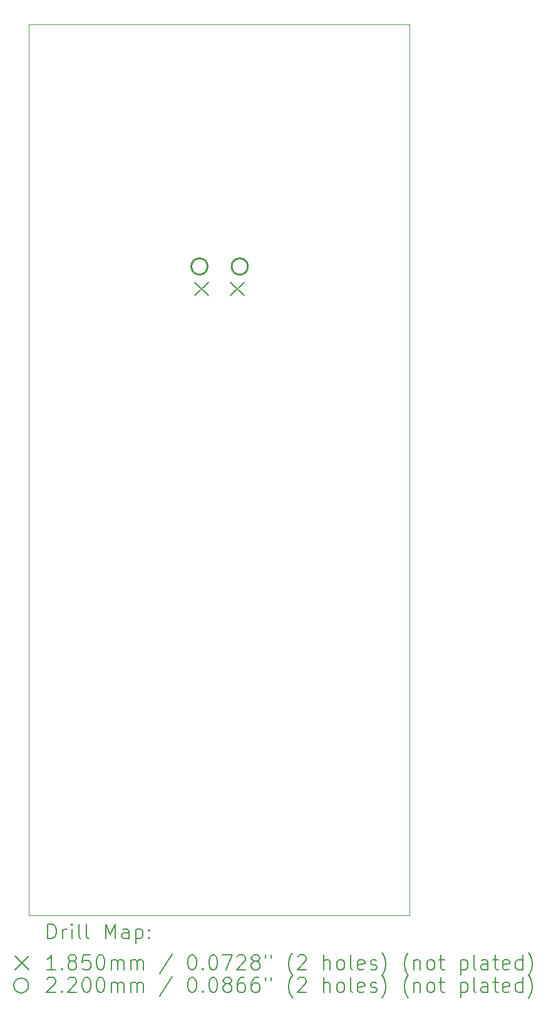
<source format=gbr>
%TF.GenerationSoftware,KiCad,Pcbnew,9.0.3*%
%TF.CreationDate,2025-07-21T12:14:54+10:00*%
%TF.ProjectId,light_control_sched,6c696768-745f-4636-9f6e-74726f6c5f73,rev?*%
%TF.SameCoordinates,Original*%
%TF.FileFunction,Drillmap*%
%TF.FilePolarity,Positive*%
%FSLAX45Y45*%
G04 Gerber Fmt 4.5, Leading zero omitted, Abs format (unit mm)*
G04 Created by KiCad (PCBNEW 9.0.3) date 2025-07-21 12:14:54*
%MOMM*%
%LPD*%
G01*
G04 APERTURE LIST*
%ADD10C,0.050000*%
%ADD11C,0.200000*%
%ADD12C,0.185000*%
%ADD13C,0.220000*%
G04 APERTURE END LIST*
D10*
X11950000Y-3025000D02*
X17100000Y-3025000D01*
X17100000Y-15075000D01*
X11950000Y-15075000D01*
X11950000Y-3025000D01*
D11*
D12*
X14196000Y-6509500D02*
X14381000Y-6694500D01*
X14381000Y-6509500D02*
X14196000Y-6694500D01*
X14681000Y-6509500D02*
X14866000Y-6694500D01*
X14866000Y-6509500D02*
X14681000Y-6694500D01*
D13*
X14368500Y-6299000D02*
G75*
G02*
X14148500Y-6299000I-110000J0D01*
G01*
X14148500Y-6299000D02*
G75*
G02*
X14368500Y-6299000I110000J0D01*
G01*
X14913500Y-6299000D02*
G75*
G02*
X14693500Y-6299000I-110000J0D01*
G01*
X14693500Y-6299000D02*
G75*
G02*
X14913500Y-6299000I110000J0D01*
G01*
D11*
X12208277Y-15388984D02*
X12208277Y-15188984D01*
X12208277Y-15188984D02*
X12255896Y-15188984D01*
X12255896Y-15188984D02*
X12284467Y-15198508D01*
X12284467Y-15198508D02*
X12303515Y-15217555D01*
X12303515Y-15217555D02*
X12313039Y-15236603D01*
X12313039Y-15236603D02*
X12322562Y-15274698D01*
X12322562Y-15274698D02*
X12322562Y-15303269D01*
X12322562Y-15303269D02*
X12313039Y-15341365D01*
X12313039Y-15341365D02*
X12303515Y-15360412D01*
X12303515Y-15360412D02*
X12284467Y-15379460D01*
X12284467Y-15379460D02*
X12255896Y-15388984D01*
X12255896Y-15388984D02*
X12208277Y-15388984D01*
X12408277Y-15388984D02*
X12408277Y-15255650D01*
X12408277Y-15293746D02*
X12417801Y-15274698D01*
X12417801Y-15274698D02*
X12427324Y-15265174D01*
X12427324Y-15265174D02*
X12446372Y-15255650D01*
X12446372Y-15255650D02*
X12465420Y-15255650D01*
X12532086Y-15388984D02*
X12532086Y-15255650D01*
X12532086Y-15188984D02*
X12522562Y-15198508D01*
X12522562Y-15198508D02*
X12532086Y-15208031D01*
X12532086Y-15208031D02*
X12541610Y-15198508D01*
X12541610Y-15198508D02*
X12532086Y-15188984D01*
X12532086Y-15188984D02*
X12532086Y-15208031D01*
X12655896Y-15388984D02*
X12636848Y-15379460D01*
X12636848Y-15379460D02*
X12627324Y-15360412D01*
X12627324Y-15360412D02*
X12627324Y-15188984D01*
X12760658Y-15388984D02*
X12741610Y-15379460D01*
X12741610Y-15379460D02*
X12732086Y-15360412D01*
X12732086Y-15360412D02*
X12732086Y-15188984D01*
X12989229Y-15388984D02*
X12989229Y-15188984D01*
X12989229Y-15188984D02*
X13055896Y-15331841D01*
X13055896Y-15331841D02*
X13122562Y-15188984D01*
X13122562Y-15188984D02*
X13122562Y-15388984D01*
X13303515Y-15388984D02*
X13303515Y-15284222D01*
X13303515Y-15284222D02*
X13293991Y-15265174D01*
X13293991Y-15265174D02*
X13274943Y-15255650D01*
X13274943Y-15255650D02*
X13236848Y-15255650D01*
X13236848Y-15255650D02*
X13217801Y-15265174D01*
X13303515Y-15379460D02*
X13284467Y-15388984D01*
X13284467Y-15388984D02*
X13236848Y-15388984D01*
X13236848Y-15388984D02*
X13217801Y-15379460D01*
X13217801Y-15379460D02*
X13208277Y-15360412D01*
X13208277Y-15360412D02*
X13208277Y-15341365D01*
X13208277Y-15341365D02*
X13217801Y-15322317D01*
X13217801Y-15322317D02*
X13236848Y-15312793D01*
X13236848Y-15312793D02*
X13284467Y-15312793D01*
X13284467Y-15312793D02*
X13303515Y-15303269D01*
X13398753Y-15255650D02*
X13398753Y-15455650D01*
X13398753Y-15265174D02*
X13417801Y-15255650D01*
X13417801Y-15255650D02*
X13455896Y-15255650D01*
X13455896Y-15255650D02*
X13474943Y-15265174D01*
X13474943Y-15265174D02*
X13484467Y-15274698D01*
X13484467Y-15274698D02*
X13493991Y-15293746D01*
X13493991Y-15293746D02*
X13493991Y-15350888D01*
X13493991Y-15350888D02*
X13484467Y-15369936D01*
X13484467Y-15369936D02*
X13474943Y-15379460D01*
X13474943Y-15379460D02*
X13455896Y-15388984D01*
X13455896Y-15388984D02*
X13417801Y-15388984D01*
X13417801Y-15388984D02*
X13398753Y-15379460D01*
X13579705Y-15369936D02*
X13589229Y-15379460D01*
X13589229Y-15379460D02*
X13579705Y-15388984D01*
X13579705Y-15388984D02*
X13570182Y-15379460D01*
X13570182Y-15379460D02*
X13579705Y-15369936D01*
X13579705Y-15369936D02*
X13579705Y-15388984D01*
X13579705Y-15265174D02*
X13589229Y-15274698D01*
X13589229Y-15274698D02*
X13579705Y-15284222D01*
X13579705Y-15284222D02*
X13570182Y-15274698D01*
X13570182Y-15274698D02*
X13579705Y-15265174D01*
X13579705Y-15265174D02*
X13579705Y-15284222D01*
D12*
X11762500Y-15625000D02*
X11947500Y-15810000D01*
X11947500Y-15625000D02*
X11762500Y-15810000D01*
D11*
X12313039Y-15808984D02*
X12198753Y-15808984D01*
X12255896Y-15808984D02*
X12255896Y-15608984D01*
X12255896Y-15608984D02*
X12236848Y-15637555D01*
X12236848Y-15637555D02*
X12217801Y-15656603D01*
X12217801Y-15656603D02*
X12198753Y-15666127D01*
X12398753Y-15789936D02*
X12408277Y-15799460D01*
X12408277Y-15799460D02*
X12398753Y-15808984D01*
X12398753Y-15808984D02*
X12389229Y-15799460D01*
X12389229Y-15799460D02*
X12398753Y-15789936D01*
X12398753Y-15789936D02*
X12398753Y-15808984D01*
X12522562Y-15694698D02*
X12503515Y-15685174D01*
X12503515Y-15685174D02*
X12493991Y-15675650D01*
X12493991Y-15675650D02*
X12484467Y-15656603D01*
X12484467Y-15656603D02*
X12484467Y-15647079D01*
X12484467Y-15647079D02*
X12493991Y-15628031D01*
X12493991Y-15628031D02*
X12503515Y-15618508D01*
X12503515Y-15618508D02*
X12522562Y-15608984D01*
X12522562Y-15608984D02*
X12560658Y-15608984D01*
X12560658Y-15608984D02*
X12579705Y-15618508D01*
X12579705Y-15618508D02*
X12589229Y-15628031D01*
X12589229Y-15628031D02*
X12598753Y-15647079D01*
X12598753Y-15647079D02*
X12598753Y-15656603D01*
X12598753Y-15656603D02*
X12589229Y-15675650D01*
X12589229Y-15675650D02*
X12579705Y-15685174D01*
X12579705Y-15685174D02*
X12560658Y-15694698D01*
X12560658Y-15694698D02*
X12522562Y-15694698D01*
X12522562Y-15694698D02*
X12503515Y-15704222D01*
X12503515Y-15704222D02*
X12493991Y-15713746D01*
X12493991Y-15713746D02*
X12484467Y-15732793D01*
X12484467Y-15732793D02*
X12484467Y-15770888D01*
X12484467Y-15770888D02*
X12493991Y-15789936D01*
X12493991Y-15789936D02*
X12503515Y-15799460D01*
X12503515Y-15799460D02*
X12522562Y-15808984D01*
X12522562Y-15808984D02*
X12560658Y-15808984D01*
X12560658Y-15808984D02*
X12579705Y-15799460D01*
X12579705Y-15799460D02*
X12589229Y-15789936D01*
X12589229Y-15789936D02*
X12598753Y-15770888D01*
X12598753Y-15770888D02*
X12598753Y-15732793D01*
X12598753Y-15732793D02*
X12589229Y-15713746D01*
X12589229Y-15713746D02*
X12579705Y-15704222D01*
X12579705Y-15704222D02*
X12560658Y-15694698D01*
X12779705Y-15608984D02*
X12684467Y-15608984D01*
X12684467Y-15608984D02*
X12674943Y-15704222D01*
X12674943Y-15704222D02*
X12684467Y-15694698D01*
X12684467Y-15694698D02*
X12703515Y-15685174D01*
X12703515Y-15685174D02*
X12751134Y-15685174D01*
X12751134Y-15685174D02*
X12770182Y-15694698D01*
X12770182Y-15694698D02*
X12779705Y-15704222D01*
X12779705Y-15704222D02*
X12789229Y-15723269D01*
X12789229Y-15723269D02*
X12789229Y-15770888D01*
X12789229Y-15770888D02*
X12779705Y-15789936D01*
X12779705Y-15789936D02*
X12770182Y-15799460D01*
X12770182Y-15799460D02*
X12751134Y-15808984D01*
X12751134Y-15808984D02*
X12703515Y-15808984D01*
X12703515Y-15808984D02*
X12684467Y-15799460D01*
X12684467Y-15799460D02*
X12674943Y-15789936D01*
X12913039Y-15608984D02*
X12932086Y-15608984D01*
X12932086Y-15608984D02*
X12951134Y-15618508D01*
X12951134Y-15618508D02*
X12960658Y-15628031D01*
X12960658Y-15628031D02*
X12970182Y-15647079D01*
X12970182Y-15647079D02*
X12979705Y-15685174D01*
X12979705Y-15685174D02*
X12979705Y-15732793D01*
X12979705Y-15732793D02*
X12970182Y-15770888D01*
X12970182Y-15770888D02*
X12960658Y-15789936D01*
X12960658Y-15789936D02*
X12951134Y-15799460D01*
X12951134Y-15799460D02*
X12932086Y-15808984D01*
X12932086Y-15808984D02*
X12913039Y-15808984D01*
X12913039Y-15808984D02*
X12893991Y-15799460D01*
X12893991Y-15799460D02*
X12884467Y-15789936D01*
X12884467Y-15789936D02*
X12874943Y-15770888D01*
X12874943Y-15770888D02*
X12865420Y-15732793D01*
X12865420Y-15732793D02*
X12865420Y-15685174D01*
X12865420Y-15685174D02*
X12874943Y-15647079D01*
X12874943Y-15647079D02*
X12884467Y-15628031D01*
X12884467Y-15628031D02*
X12893991Y-15618508D01*
X12893991Y-15618508D02*
X12913039Y-15608984D01*
X13065420Y-15808984D02*
X13065420Y-15675650D01*
X13065420Y-15694698D02*
X13074943Y-15685174D01*
X13074943Y-15685174D02*
X13093991Y-15675650D01*
X13093991Y-15675650D02*
X13122563Y-15675650D01*
X13122563Y-15675650D02*
X13141610Y-15685174D01*
X13141610Y-15685174D02*
X13151134Y-15704222D01*
X13151134Y-15704222D02*
X13151134Y-15808984D01*
X13151134Y-15704222D02*
X13160658Y-15685174D01*
X13160658Y-15685174D02*
X13179705Y-15675650D01*
X13179705Y-15675650D02*
X13208277Y-15675650D01*
X13208277Y-15675650D02*
X13227324Y-15685174D01*
X13227324Y-15685174D02*
X13236848Y-15704222D01*
X13236848Y-15704222D02*
X13236848Y-15808984D01*
X13332086Y-15808984D02*
X13332086Y-15675650D01*
X13332086Y-15694698D02*
X13341610Y-15685174D01*
X13341610Y-15685174D02*
X13360658Y-15675650D01*
X13360658Y-15675650D02*
X13389229Y-15675650D01*
X13389229Y-15675650D02*
X13408277Y-15685174D01*
X13408277Y-15685174D02*
X13417801Y-15704222D01*
X13417801Y-15704222D02*
X13417801Y-15808984D01*
X13417801Y-15704222D02*
X13427324Y-15685174D01*
X13427324Y-15685174D02*
X13446372Y-15675650D01*
X13446372Y-15675650D02*
X13474943Y-15675650D01*
X13474943Y-15675650D02*
X13493991Y-15685174D01*
X13493991Y-15685174D02*
X13503515Y-15704222D01*
X13503515Y-15704222D02*
X13503515Y-15808984D01*
X13893991Y-15599460D02*
X13722563Y-15856603D01*
X14151134Y-15608984D02*
X14170182Y-15608984D01*
X14170182Y-15608984D02*
X14189229Y-15618508D01*
X14189229Y-15618508D02*
X14198753Y-15628031D01*
X14198753Y-15628031D02*
X14208277Y-15647079D01*
X14208277Y-15647079D02*
X14217801Y-15685174D01*
X14217801Y-15685174D02*
X14217801Y-15732793D01*
X14217801Y-15732793D02*
X14208277Y-15770888D01*
X14208277Y-15770888D02*
X14198753Y-15789936D01*
X14198753Y-15789936D02*
X14189229Y-15799460D01*
X14189229Y-15799460D02*
X14170182Y-15808984D01*
X14170182Y-15808984D02*
X14151134Y-15808984D01*
X14151134Y-15808984D02*
X14132086Y-15799460D01*
X14132086Y-15799460D02*
X14122563Y-15789936D01*
X14122563Y-15789936D02*
X14113039Y-15770888D01*
X14113039Y-15770888D02*
X14103515Y-15732793D01*
X14103515Y-15732793D02*
X14103515Y-15685174D01*
X14103515Y-15685174D02*
X14113039Y-15647079D01*
X14113039Y-15647079D02*
X14122563Y-15628031D01*
X14122563Y-15628031D02*
X14132086Y-15618508D01*
X14132086Y-15618508D02*
X14151134Y-15608984D01*
X14303515Y-15789936D02*
X14313039Y-15799460D01*
X14313039Y-15799460D02*
X14303515Y-15808984D01*
X14303515Y-15808984D02*
X14293991Y-15799460D01*
X14293991Y-15799460D02*
X14303515Y-15789936D01*
X14303515Y-15789936D02*
X14303515Y-15808984D01*
X14436848Y-15608984D02*
X14455896Y-15608984D01*
X14455896Y-15608984D02*
X14474944Y-15618508D01*
X14474944Y-15618508D02*
X14484467Y-15628031D01*
X14484467Y-15628031D02*
X14493991Y-15647079D01*
X14493991Y-15647079D02*
X14503515Y-15685174D01*
X14503515Y-15685174D02*
X14503515Y-15732793D01*
X14503515Y-15732793D02*
X14493991Y-15770888D01*
X14493991Y-15770888D02*
X14484467Y-15789936D01*
X14484467Y-15789936D02*
X14474944Y-15799460D01*
X14474944Y-15799460D02*
X14455896Y-15808984D01*
X14455896Y-15808984D02*
X14436848Y-15808984D01*
X14436848Y-15808984D02*
X14417801Y-15799460D01*
X14417801Y-15799460D02*
X14408277Y-15789936D01*
X14408277Y-15789936D02*
X14398753Y-15770888D01*
X14398753Y-15770888D02*
X14389229Y-15732793D01*
X14389229Y-15732793D02*
X14389229Y-15685174D01*
X14389229Y-15685174D02*
X14398753Y-15647079D01*
X14398753Y-15647079D02*
X14408277Y-15628031D01*
X14408277Y-15628031D02*
X14417801Y-15618508D01*
X14417801Y-15618508D02*
X14436848Y-15608984D01*
X14570182Y-15608984D02*
X14703515Y-15608984D01*
X14703515Y-15608984D02*
X14617801Y-15808984D01*
X14770182Y-15628031D02*
X14779706Y-15618508D01*
X14779706Y-15618508D02*
X14798753Y-15608984D01*
X14798753Y-15608984D02*
X14846372Y-15608984D01*
X14846372Y-15608984D02*
X14865420Y-15618508D01*
X14865420Y-15618508D02*
X14874944Y-15628031D01*
X14874944Y-15628031D02*
X14884467Y-15647079D01*
X14884467Y-15647079D02*
X14884467Y-15666127D01*
X14884467Y-15666127D02*
X14874944Y-15694698D01*
X14874944Y-15694698D02*
X14760658Y-15808984D01*
X14760658Y-15808984D02*
X14884467Y-15808984D01*
X14998753Y-15694698D02*
X14979706Y-15685174D01*
X14979706Y-15685174D02*
X14970182Y-15675650D01*
X14970182Y-15675650D02*
X14960658Y-15656603D01*
X14960658Y-15656603D02*
X14960658Y-15647079D01*
X14960658Y-15647079D02*
X14970182Y-15628031D01*
X14970182Y-15628031D02*
X14979706Y-15618508D01*
X14979706Y-15618508D02*
X14998753Y-15608984D01*
X14998753Y-15608984D02*
X15036848Y-15608984D01*
X15036848Y-15608984D02*
X15055896Y-15618508D01*
X15055896Y-15618508D02*
X15065420Y-15628031D01*
X15065420Y-15628031D02*
X15074944Y-15647079D01*
X15074944Y-15647079D02*
X15074944Y-15656603D01*
X15074944Y-15656603D02*
X15065420Y-15675650D01*
X15065420Y-15675650D02*
X15055896Y-15685174D01*
X15055896Y-15685174D02*
X15036848Y-15694698D01*
X15036848Y-15694698D02*
X14998753Y-15694698D01*
X14998753Y-15694698D02*
X14979706Y-15704222D01*
X14979706Y-15704222D02*
X14970182Y-15713746D01*
X14970182Y-15713746D02*
X14960658Y-15732793D01*
X14960658Y-15732793D02*
X14960658Y-15770888D01*
X14960658Y-15770888D02*
X14970182Y-15789936D01*
X14970182Y-15789936D02*
X14979706Y-15799460D01*
X14979706Y-15799460D02*
X14998753Y-15808984D01*
X14998753Y-15808984D02*
X15036848Y-15808984D01*
X15036848Y-15808984D02*
X15055896Y-15799460D01*
X15055896Y-15799460D02*
X15065420Y-15789936D01*
X15065420Y-15789936D02*
X15074944Y-15770888D01*
X15074944Y-15770888D02*
X15074944Y-15732793D01*
X15074944Y-15732793D02*
X15065420Y-15713746D01*
X15065420Y-15713746D02*
X15055896Y-15704222D01*
X15055896Y-15704222D02*
X15036848Y-15694698D01*
X15151134Y-15608984D02*
X15151134Y-15647079D01*
X15227325Y-15608984D02*
X15227325Y-15647079D01*
X15522563Y-15885174D02*
X15513039Y-15875650D01*
X15513039Y-15875650D02*
X15493991Y-15847079D01*
X15493991Y-15847079D02*
X15484468Y-15828031D01*
X15484468Y-15828031D02*
X15474944Y-15799460D01*
X15474944Y-15799460D02*
X15465420Y-15751841D01*
X15465420Y-15751841D02*
X15465420Y-15713746D01*
X15465420Y-15713746D02*
X15474944Y-15666127D01*
X15474944Y-15666127D02*
X15484468Y-15637555D01*
X15484468Y-15637555D02*
X15493991Y-15618508D01*
X15493991Y-15618508D02*
X15513039Y-15589936D01*
X15513039Y-15589936D02*
X15522563Y-15580412D01*
X15589229Y-15628031D02*
X15598753Y-15618508D01*
X15598753Y-15618508D02*
X15617801Y-15608984D01*
X15617801Y-15608984D02*
X15665420Y-15608984D01*
X15665420Y-15608984D02*
X15684468Y-15618508D01*
X15684468Y-15618508D02*
X15693991Y-15628031D01*
X15693991Y-15628031D02*
X15703515Y-15647079D01*
X15703515Y-15647079D02*
X15703515Y-15666127D01*
X15703515Y-15666127D02*
X15693991Y-15694698D01*
X15693991Y-15694698D02*
X15579706Y-15808984D01*
X15579706Y-15808984D02*
X15703515Y-15808984D01*
X15941610Y-15808984D02*
X15941610Y-15608984D01*
X16027325Y-15808984D02*
X16027325Y-15704222D01*
X16027325Y-15704222D02*
X16017801Y-15685174D01*
X16017801Y-15685174D02*
X15998753Y-15675650D01*
X15998753Y-15675650D02*
X15970182Y-15675650D01*
X15970182Y-15675650D02*
X15951134Y-15685174D01*
X15951134Y-15685174D02*
X15941610Y-15694698D01*
X16151134Y-15808984D02*
X16132087Y-15799460D01*
X16132087Y-15799460D02*
X16122563Y-15789936D01*
X16122563Y-15789936D02*
X16113039Y-15770888D01*
X16113039Y-15770888D02*
X16113039Y-15713746D01*
X16113039Y-15713746D02*
X16122563Y-15694698D01*
X16122563Y-15694698D02*
X16132087Y-15685174D01*
X16132087Y-15685174D02*
X16151134Y-15675650D01*
X16151134Y-15675650D02*
X16179706Y-15675650D01*
X16179706Y-15675650D02*
X16198753Y-15685174D01*
X16198753Y-15685174D02*
X16208277Y-15694698D01*
X16208277Y-15694698D02*
X16217801Y-15713746D01*
X16217801Y-15713746D02*
X16217801Y-15770888D01*
X16217801Y-15770888D02*
X16208277Y-15789936D01*
X16208277Y-15789936D02*
X16198753Y-15799460D01*
X16198753Y-15799460D02*
X16179706Y-15808984D01*
X16179706Y-15808984D02*
X16151134Y-15808984D01*
X16332087Y-15808984D02*
X16313039Y-15799460D01*
X16313039Y-15799460D02*
X16303515Y-15780412D01*
X16303515Y-15780412D02*
X16303515Y-15608984D01*
X16484468Y-15799460D02*
X16465420Y-15808984D01*
X16465420Y-15808984D02*
X16427325Y-15808984D01*
X16427325Y-15808984D02*
X16408277Y-15799460D01*
X16408277Y-15799460D02*
X16398753Y-15780412D01*
X16398753Y-15780412D02*
X16398753Y-15704222D01*
X16398753Y-15704222D02*
X16408277Y-15685174D01*
X16408277Y-15685174D02*
X16427325Y-15675650D01*
X16427325Y-15675650D02*
X16465420Y-15675650D01*
X16465420Y-15675650D02*
X16484468Y-15685174D01*
X16484468Y-15685174D02*
X16493991Y-15704222D01*
X16493991Y-15704222D02*
X16493991Y-15723269D01*
X16493991Y-15723269D02*
X16398753Y-15742317D01*
X16570182Y-15799460D02*
X16589230Y-15808984D01*
X16589230Y-15808984D02*
X16627325Y-15808984D01*
X16627325Y-15808984D02*
X16646372Y-15799460D01*
X16646372Y-15799460D02*
X16655896Y-15780412D01*
X16655896Y-15780412D02*
X16655896Y-15770888D01*
X16655896Y-15770888D02*
X16646372Y-15751841D01*
X16646372Y-15751841D02*
X16627325Y-15742317D01*
X16627325Y-15742317D02*
X16598753Y-15742317D01*
X16598753Y-15742317D02*
X16579706Y-15732793D01*
X16579706Y-15732793D02*
X16570182Y-15713746D01*
X16570182Y-15713746D02*
X16570182Y-15704222D01*
X16570182Y-15704222D02*
X16579706Y-15685174D01*
X16579706Y-15685174D02*
X16598753Y-15675650D01*
X16598753Y-15675650D02*
X16627325Y-15675650D01*
X16627325Y-15675650D02*
X16646372Y-15685174D01*
X16722563Y-15885174D02*
X16732087Y-15875650D01*
X16732087Y-15875650D02*
X16751134Y-15847079D01*
X16751134Y-15847079D02*
X16760658Y-15828031D01*
X16760658Y-15828031D02*
X16770182Y-15799460D01*
X16770182Y-15799460D02*
X16779706Y-15751841D01*
X16779706Y-15751841D02*
X16779706Y-15713746D01*
X16779706Y-15713746D02*
X16770182Y-15666127D01*
X16770182Y-15666127D02*
X16760658Y-15637555D01*
X16760658Y-15637555D02*
X16751134Y-15618508D01*
X16751134Y-15618508D02*
X16732087Y-15589936D01*
X16732087Y-15589936D02*
X16722563Y-15580412D01*
X17084468Y-15885174D02*
X17074944Y-15875650D01*
X17074944Y-15875650D02*
X17055896Y-15847079D01*
X17055896Y-15847079D02*
X17046373Y-15828031D01*
X17046373Y-15828031D02*
X17036849Y-15799460D01*
X17036849Y-15799460D02*
X17027325Y-15751841D01*
X17027325Y-15751841D02*
X17027325Y-15713746D01*
X17027325Y-15713746D02*
X17036849Y-15666127D01*
X17036849Y-15666127D02*
X17046373Y-15637555D01*
X17046373Y-15637555D02*
X17055896Y-15618508D01*
X17055896Y-15618508D02*
X17074944Y-15589936D01*
X17074944Y-15589936D02*
X17084468Y-15580412D01*
X17160658Y-15675650D02*
X17160658Y-15808984D01*
X17160658Y-15694698D02*
X17170182Y-15685174D01*
X17170182Y-15685174D02*
X17189230Y-15675650D01*
X17189230Y-15675650D02*
X17217801Y-15675650D01*
X17217801Y-15675650D02*
X17236849Y-15685174D01*
X17236849Y-15685174D02*
X17246373Y-15704222D01*
X17246373Y-15704222D02*
X17246373Y-15808984D01*
X17370182Y-15808984D02*
X17351134Y-15799460D01*
X17351134Y-15799460D02*
X17341611Y-15789936D01*
X17341611Y-15789936D02*
X17332087Y-15770888D01*
X17332087Y-15770888D02*
X17332087Y-15713746D01*
X17332087Y-15713746D02*
X17341611Y-15694698D01*
X17341611Y-15694698D02*
X17351134Y-15685174D01*
X17351134Y-15685174D02*
X17370182Y-15675650D01*
X17370182Y-15675650D02*
X17398754Y-15675650D01*
X17398754Y-15675650D02*
X17417801Y-15685174D01*
X17417801Y-15685174D02*
X17427325Y-15694698D01*
X17427325Y-15694698D02*
X17436849Y-15713746D01*
X17436849Y-15713746D02*
X17436849Y-15770888D01*
X17436849Y-15770888D02*
X17427325Y-15789936D01*
X17427325Y-15789936D02*
X17417801Y-15799460D01*
X17417801Y-15799460D02*
X17398754Y-15808984D01*
X17398754Y-15808984D02*
X17370182Y-15808984D01*
X17493992Y-15675650D02*
X17570182Y-15675650D01*
X17522563Y-15608984D02*
X17522563Y-15780412D01*
X17522563Y-15780412D02*
X17532087Y-15799460D01*
X17532087Y-15799460D02*
X17551134Y-15808984D01*
X17551134Y-15808984D02*
X17570182Y-15808984D01*
X17789230Y-15675650D02*
X17789230Y-15875650D01*
X17789230Y-15685174D02*
X17808277Y-15675650D01*
X17808277Y-15675650D02*
X17846373Y-15675650D01*
X17846373Y-15675650D02*
X17865420Y-15685174D01*
X17865420Y-15685174D02*
X17874944Y-15694698D01*
X17874944Y-15694698D02*
X17884468Y-15713746D01*
X17884468Y-15713746D02*
X17884468Y-15770888D01*
X17884468Y-15770888D02*
X17874944Y-15789936D01*
X17874944Y-15789936D02*
X17865420Y-15799460D01*
X17865420Y-15799460D02*
X17846373Y-15808984D01*
X17846373Y-15808984D02*
X17808277Y-15808984D01*
X17808277Y-15808984D02*
X17789230Y-15799460D01*
X17998754Y-15808984D02*
X17979706Y-15799460D01*
X17979706Y-15799460D02*
X17970182Y-15780412D01*
X17970182Y-15780412D02*
X17970182Y-15608984D01*
X18160658Y-15808984D02*
X18160658Y-15704222D01*
X18160658Y-15704222D02*
X18151135Y-15685174D01*
X18151135Y-15685174D02*
X18132087Y-15675650D01*
X18132087Y-15675650D02*
X18093992Y-15675650D01*
X18093992Y-15675650D02*
X18074944Y-15685174D01*
X18160658Y-15799460D02*
X18141611Y-15808984D01*
X18141611Y-15808984D02*
X18093992Y-15808984D01*
X18093992Y-15808984D02*
X18074944Y-15799460D01*
X18074944Y-15799460D02*
X18065420Y-15780412D01*
X18065420Y-15780412D02*
X18065420Y-15761365D01*
X18065420Y-15761365D02*
X18074944Y-15742317D01*
X18074944Y-15742317D02*
X18093992Y-15732793D01*
X18093992Y-15732793D02*
X18141611Y-15732793D01*
X18141611Y-15732793D02*
X18160658Y-15723269D01*
X18227325Y-15675650D02*
X18303515Y-15675650D01*
X18255896Y-15608984D02*
X18255896Y-15780412D01*
X18255896Y-15780412D02*
X18265420Y-15799460D01*
X18265420Y-15799460D02*
X18284468Y-15808984D01*
X18284468Y-15808984D02*
X18303515Y-15808984D01*
X18446373Y-15799460D02*
X18427325Y-15808984D01*
X18427325Y-15808984D02*
X18389230Y-15808984D01*
X18389230Y-15808984D02*
X18370182Y-15799460D01*
X18370182Y-15799460D02*
X18360658Y-15780412D01*
X18360658Y-15780412D02*
X18360658Y-15704222D01*
X18360658Y-15704222D02*
X18370182Y-15685174D01*
X18370182Y-15685174D02*
X18389230Y-15675650D01*
X18389230Y-15675650D02*
X18427325Y-15675650D01*
X18427325Y-15675650D02*
X18446373Y-15685174D01*
X18446373Y-15685174D02*
X18455896Y-15704222D01*
X18455896Y-15704222D02*
X18455896Y-15723269D01*
X18455896Y-15723269D02*
X18360658Y-15742317D01*
X18627325Y-15808984D02*
X18627325Y-15608984D01*
X18627325Y-15799460D02*
X18608277Y-15808984D01*
X18608277Y-15808984D02*
X18570182Y-15808984D01*
X18570182Y-15808984D02*
X18551135Y-15799460D01*
X18551135Y-15799460D02*
X18541611Y-15789936D01*
X18541611Y-15789936D02*
X18532087Y-15770888D01*
X18532087Y-15770888D02*
X18532087Y-15713746D01*
X18532087Y-15713746D02*
X18541611Y-15694698D01*
X18541611Y-15694698D02*
X18551135Y-15685174D01*
X18551135Y-15685174D02*
X18570182Y-15675650D01*
X18570182Y-15675650D02*
X18608277Y-15675650D01*
X18608277Y-15675650D02*
X18627325Y-15685174D01*
X18703516Y-15885174D02*
X18713039Y-15875650D01*
X18713039Y-15875650D02*
X18732087Y-15847079D01*
X18732087Y-15847079D02*
X18741611Y-15828031D01*
X18741611Y-15828031D02*
X18751135Y-15799460D01*
X18751135Y-15799460D02*
X18760658Y-15751841D01*
X18760658Y-15751841D02*
X18760658Y-15713746D01*
X18760658Y-15713746D02*
X18751135Y-15666127D01*
X18751135Y-15666127D02*
X18741611Y-15637555D01*
X18741611Y-15637555D02*
X18732087Y-15618508D01*
X18732087Y-15618508D02*
X18713039Y-15589936D01*
X18713039Y-15589936D02*
X18703516Y-15580412D01*
X11947500Y-16022500D02*
G75*
G02*
X11747500Y-16022500I-100000J0D01*
G01*
X11747500Y-16022500D02*
G75*
G02*
X11947500Y-16022500I100000J0D01*
G01*
X12198753Y-15933031D02*
X12208277Y-15923508D01*
X12208277Y-15923508D02*
X12227324Y-15913984D01*
X12227324Y-15913984D02*
X12274943Y-15913984D01*
X12274943Y-15913984D02*
X12293991Y-15923508D01*
X12293991Y-15923508D02*
X12303515Y-15933031D01*
X12303515Y-15933031D02*
X12313039Y-15952079D01*
X12313039Y-15952079D02*
X12313039Y-15971127D01*
X12313039Y-15971127D02*
X12303515Y-15999698D01*
X12303515Y-15999698D02*
X12189229Y-16113984D01*
X12189229Y-16113984D02*
X12313039Y-16113984D01*
X12398753Y-16094936D02*
X12408277Y-16104460D01*
X12408277Y-16104460D02*
X12398753Y-16113984D01*
X12398753Y-16113984D02*
X12389229Y-16104460D01*
X12389229Y-16104460D02*
X12398753Y-16094936D01*
X12398753Y-16094936D02*
X12398753Y-16113984D01*
X12484467Y-15933031D02*
X12493991Y-15923508D01*
X12493991Y-15923508D02*
X12513039Y-15913984D01*
X12513039Y-15913984D02*
X12560658Y-15913984D01*
X12560658Y-15913984D02*
X12579705Y-15923508D01*
X12579705Y-15923508D02*
X12589229Y-15933031D01*
X12589229Y-15933031D02*
X12598753Y-15952079D01*
X12598753Y-15952079D02*
X12598753Y-15971127D01*
X12598753Y-15971127D02*
X12589229Y-15999698D01*
X12589229Y-15999698D02*
X12474943Y-16113984D01*
X12474943Y-16113984D02*
X12598753Y-16113984D01*
X12722562Y-15913984D02*
X12741610Y-15913984D01*
X12741610Y-15913984D02*
X12760658Y-15923508D01*
X12760658Y-15923508D02*
X12770182Y-15933031D01*
X12770182Y-15933031D02*
X12779705Y-15952079D01*
X12779705Y-15952079D02*
X12789229Y-15990174D01*
X12789229Y-15990174D02*
X12789229Y-16037793D01*
X12789229Y-16037793D02*
X12779705Y-16075888D01*
X12779705Y-16075888D02*
X12770182Y-16094936D01*
X12770182Y-16094936D02*
X12760658Y-16104460D01*
X12760658Y-16104460D02*
X12741610Y-16113984D01*
X12741610Y-16113984D02*
X12722562Y-16113984D01*
X12722562Y-16113984D02*
X12703515Y-16104460D01*
X12703515Y-16104460D02*
X12693991Y-16094936D01*
X12693991Y-16094936D02*
X12684467Y-16075888D01*
X12684467Y-16075888D02*
X12674943Y-16037793D01*
X12674943Y-16037793D02*
X12674943Y-15990174D01*
X12674943Y-15990174D02*
X12684467Y-15952079D01*
X12684467Y-15952079D02*
X12693991Y-15933031D01*
X12693991Y-15933031D02*
X12703515Y-15923508D01*
X12703515Y-15923508D02*
X12722562Y-15913984D01*
X12913039Y-15913984D02*
X12932086Y-15913984D01*
X12932086Y-15913984D02*
X12951134Y-15923508D01*
X12951134Y-15923508D02*
X12960658Y-15933031D01*
X12960658Y-15933031D02*
X12970182Y-15952079D01*
X12970182Y-15952079D02*
X12979705Y-15990174D01*
X12979705Y-15990174D02*
X12979705Y-16037793D01*
X12979705Y-16037793D02*
X12970182Y-16075888D01*
X12970182Y-16075888D02*
X12960658Y-16094936D01*
X12960658Y-16094936D02*
X12951134Y-16104460D01*
X12951134Y-16104460D02*
X12932086Y-16113984D01*
X12932086Y-16113984D02*
X12913039Y-16113984D01*
X12913039Y-16113984D02*
X12893991Y-16104460D01*
X12893991Y-16104460D02*
X12884467Y-16094936D01*
X12884467Y-16094936D02*
X12874943Y-16075888D01*
X12874943Y-16075888D02*
X12865420Y-16037793D01*
X12865420Y-16037793D02*
X12865420Y-15990174D01*
X12865420Y-15990174D02*
X12874943Y-15952079D01*
X12874943Y-15952079D02*
X12884467Y-15933031D01*
X12884467Y-15933031D02*
X12893991Y-15923508D01*
X12893991Y-15923508D02*
X12913039Y-15913984D01*
X13065420Y-16113984D02*
X13065420Y-15980650D01*
X13065420Y-15999698D02*
X13074943Y-15990174D01*
X13074943Y-15990174D02*
X13093991Y-15980650D01*
X13093991Y-15980650D02*
X13122563Y-15980650D01*
X13122563Y-15980650D02*
X13141610Y-15990174D01*
X13141610Y-15990174D02*
X13151134Y-16009222D01*
X13151134Y-16009222D02*
X13151134Y-16113984D01*
X13151134Y-16009222D02*
X13160658Y-15990174D01*
X13160658Y-15990174D02*
X13179705Y-15980650D01*
X13179705Y-15980650D02*
X13208277Y-15980650D01*
X13208277Y-15980650D02*
X13227324Y-15990174D01*
X13227324Y-15990174D02*
X13236848Y-16009222D01*
X13236848Y-16009222D02*
X13236848Y-16113984D01*
X13332086Y-16113984D02*
X13332086Y-15980650D01*
X13332086Y-15999698D02*
X13341610Y-15990174D01*
X13341610Y-15990174D02*
X13360658Y-15980650D01*
X13360658Y-15980650D02*
X13389229Y-15980650D01*
X13389229Y-15980650D02*
X13408277Y-15990174D01*
X13408277Y-15990174D02*
X13417801Y-16009222D01*
X13417801Y-16009222D02*
X13417801Y-16113984D01*
X13417801Y-16009222D02*
X13427324Y-15990174D01*
X13427324Y-15990174D02*
X13446372Y-15980650D01*
X13446372Y-15980650D02*
X13474943Y-15980650D01*
X13474943Y-15980650D02*
X13493991Y-15990174D01*
X13493991Y-15990174D02*
X13503515Y-16009222D01*
X13503515Y-16009222D02*
X13503515Y-16113984D01*
X13893991Y-15904460D02*
X13722563Y-16161603D01*
X14151134Y-15913984D02*
X14170182Y-15913984D01*
X14170182Y-15913984D02*
X14189229Y-15923508D01*
X14189229Y-15923508D02*
X14198753Y-15933031D01*
X14198753Y-15933031D02*
X14208277Y-15952079D01*
X14208277Y-15952079D02*
X14217801Y-15990174D01*
X14217801Y-15990174D02*
X14217801Y-16037793D01*
X14217801Y-16037793D02*
X14208277Y-16075888D01*
X14208277Y-16075888D02*
X14198753Y-16094936D01*
X14198753Y-16094936D02*
X14189229Y-16104460D01*
X14189229Y-16104460D02*
X14170182Y-16113984D01*
X14170182Y-16113984D02*
X14151134Y-16113984D01*
X14151134Y-16113984D02*
X14132086Y-16104460D01*
X14132086Y-16104460D02*
X14122563Y-16094936D01*
X14122563Y-16094936D02*
X14113039Y-16075888D01*
X14113039Y-16075888D02*
X14103515Y-16037793D01*
X14103515Y-16037793D02*
X14103515Y-15990174D01*
X14103515Y-15990174D02*
X14113039Y-15952079D01*
X14113039Y-15952079D02*
X14122563Y-15933031D01*
X14122563Y-15933031D02*
X14132086Y-15923508D01*
X14132086Y-15923508D02*
X14151134Y-15913984D01*
X14303515Y-16094936D02*
X14313039Y-16104460D01*
X14313039Y-16104460D02*
X14303515Y-16113984D01*
X14303515Y-16113984D02*
X14293991Y-16104460D01*
X14293991Y-16104460D02*
X14303515Y-16094936D01*
X14303515Y-16094936D02*
X14303515Y-16113984D01*
X14436848Y-15913984D02*
X14455896Y-15913984D01*
X14455896Y-15913984D02*
X14474944Y-15923508D01*
X14474944Y-15923508D02*
X14484467Y-15933031D01*
X14484467Y-15933031D02*
X14493991Y-15952079D01*
X14493991Y-15952079D02*
X14503515Y-15990174D01*
X14503515Y-15990174D02*
X14503515Y-16037793D01*
X14503515Y-16037793D02*
X14493991Y-16075888D01*
X14493991Y-16075888D02*
X14484467Y-16094936D01*
X14484467Y-16094936D02*
X14474944Y-16104460D01*
X14474944Y-16104460D02*
X14455896Y-16113984D01*
X14455896Y-16113984D02*
X14436848Y-16113984D01*
X14436848Y-16113984D02*
X14417801Y-16104460D01*
X14417801Y-16104460D02*
X14408277Y-16094936D01*
X14408277Y-16094936D02*
X14398753Y-16075888D01*
X14398753Y-16075888D02*
X14389229Y-16037793D01*
X14389229Y-16037793D02*
X14389229Y-15990174D01*
X14389229Y-15990174D02*
X14398753Y-15952079D01*
X14398753Y-15952079D02*
X14408277Y-15933031D01*
X14408277Y-15933031D02*
X14417801Y-15923508D01*
X14417801Y-15923508D02*
X14436848Y-15913984D01*
X14617801Y-15999698D02*
X14598753Y-15990174D01*
X14598753Y-15990174D02*
X14589229Y-15980650D01*
X14589229Y-15980650D02*
X14579706Y-15961603D01*
X14579706Y-15961603D02*
X14579706Y-15952079D01*
X14579706Y-15952079D02*
X14589229Y-15933031D01*
X14589229Y-15933031D02*
X14598753Y-15923508D01*
X14598753Y-15923508D02*
X14617801Y-15913984D01*
X14617801Y-15913984D02*
X14655896Y-15913984D01*
X14655896Y-15913984D02*
X14674944Y-15923508D01*
X14674944Y-15923508D02*
X14684467Y-15933031D01*
X14684467Y-15933031D02*
X14693991Y-15952079D01*
X14693991Y-15952079D02*
X14693991Y-15961603D01*
X14693991Y-15961603D02*
X14684467Y-15980650D01*
X14684467Y-15980650D02*
X14674944Y-15990174D01*
X14674944Y-15990174D02*
X14655896Y-15999698D01*
X14655896Y-15999698D02*
X14617801Y-15999698D01*
X14617801Y-15999698D02*
X14598753Y-16009222D01*
X14598753Y-16009222D02*
X14589229Y-16018746D01*
X14589229Y-16018746D02*
X14579706Y-16037793D01*
X14579706Y-16037793D02*
X14579706Y-16075888D01*
X14579706Y-16075888D02*
X14589229Y-16094936D01*
X14589229Y-16094936D02*
X14598753Y-16104460D01*
X14598753Y-16104460D02*
X14617801Y-16113984D01*
X14617801Y-16113984D02*
X14655896Y-16113984D01*
X14655896Y-16113984D02*
X14674944Y-16104460D01*
X14674944Y-16104460D02*
X14684467Y-16094936D01*
X14684467Y-16094936D02*
X14693991Y-16075888D01*
X14693991Y-16075888D02*
X14693991Y-16037793D01*
X14693991Y-16037793D02*
X14684467Y-16018746D01*
X14684467Y-16018746D02*
X14674944Y-16009222D01*
X14674944Y-16009222D02*
X14655896Y-15999698D01*
X14865420Y-15913984D02*
X14827325Y-15913984D01*
X14827325Y-15913984D02*
X14808277Y-15923508D01*
X14808277Y-15923508D02*
X14798753Y-15933031D01*
X14798753Y-15933031D02*
X14779706Y-15961603D01*
X14779706Y-15961603D02*
X14770182Y-15999698D01*
X14770182Y-15999698D02*
X14770182Y-16075888D01*
X14770182Y-16075888D02*
X14779706Y-16094936D01*
X14779706Y-16094936D02*
X14789229Y-16104460D01*
X14789229Y-16104460D02*
X14808277Y-16113984D01*
X14808277Y-16113984D02*
X14846372Y-16113984D01*
X14846372Y-16113984D02*
X14865420Y-16104460D01*
X14865420Y-16104460D02*
X14874944Y-16094936D01*
X14874944Y-16094936D02*
X14884467Y-16075888D01*
X14884467Y-16075888D02*
X14884467Y-16028269D01*
X14884467Y-16028269D02*
X14874944Y-16009222D01*
X14874944Y-16009222D02*
X14865420Y-15999698D01*
X14865420Y-15999698D02*
X14846372Y-15990174D01*
X14846372Y-15990174D02*
X14808277Y-15990174D01*
X14808277Y-15990174D02*
X14789229Y-15999698D01*
X14789229Y-15999698D02*
X14779706Y-16009222D01*
X14779706Y-16009222D02*
X14770182Y-16028269D01*
X15055896Y-15913984D02*
X15017801Y-15913984D01*
X15017801Y-15913984D02*
X14998753Y-15923508D01*
X14998753Y-15923508D02*
X14989229Y-15933031D01*
X14989229Y-15933031D02*
X14970182Y-15961603D01*
X14970182Y-15961603D02*
X14960658Y-15999698D01*
X14960658Y-15999698D02*
X14960658Y-16075888D01*
X14960658Y-16075888D02*
X14970182Y-16094936D01*
X14970182Y-16094936D02*
X14979706Y-16104460D01*
X14979706Y-16104460D02*
X14998753Y-16113984D01*
X14998753Y-16113984D02*
X15036848Y-16113984D01*
X15036848Y-16113984D02*
X15055896Y-16104460D01*
X15055896Y-16104460D02*
X15065420Y-16094936D01*
X15065420Y-16094936D02*
X15074944Y-16075888D01*
X15074944Y-16075888D02*
X15074944Y-16028269D01*
X15074944Y-16028269D02*
X15065420Y-16009222D01*
X15065420Y-16009222D02*
X15055896Y-15999698D01*
X15055896Y-15999698D02*
X15036848Y-15990174D01*
X15036848Y-15990174D02*
X14998753Y-15990174D01*
X14998753Y-15990174D02*
X14979706Y-15999698D01*
X14979706Y-15999698D02*
X14970182Y-16009222D01*
X14970182Y-16009222D02*
X14960658Y-16028269D01*
X15151134Y-15913984D02*
X15151134Y-15952079D01*
X15227325Y-15913984D02*
X15227325Y-15952079D01*
X15522563Y-16190174D02*
X15513039Y-16180650D01*
X15513039Y-16180650D02*
X15493991Y-16152079D01*
X15493991Y-16152079D02*
X15484468Y-16133031D01*
X15484468Y-16133031D02*
X15474944Y-16104460D01*
X15474944Y-16104460D02*
X15465420Y-16056841D01*
X15465420Y-16056841D02*
X15465420Y-16018746D01*
X15465420Y-16018746D02*
X15474944Y-15971127D01*
X15474944Y-15971127D02*
X15484468Y-15942555D01*
X15484468Y-15942555D02*
X15493991Y-15923508D01*
X15493991Y-15923508D02*
X15513039Y-15894936D01*
X15513039Y-15894936D02*
X15522563Y-15885412D01*
X15589229Y-15933031D02*
X15598753Y-15923508D01*
X15598753Y-15923508D02*
X15617801Y-15913984D01*
X15617801Y-15913984D02*
X15665420Y-15913984D01*
X15665420Y-15913984D02*
X15684468Y-15923508D01*
X15684468Y-15923508D02*
X15693991Y-15933031D01*
X15693991Y-15933031D02*
X15703515Y-15952079D01*
X15703515Y-15952079D02*
X15703515Y-15971127D01*
X15703515Y-15971127D02*
X15693991Y-15999698D01*
X15693991Y-15999698D02*
X15579706Y-16113984D01*
X15579706Y-16113984D02*
X15703515Y-16113984D01*
X15941610Y-16113984D02*
X15941610Y-15913984D01*
X16027325Y-16113984D02*
X16027325Y-16009222D01*
X16027325Y-16009222D02*
X16017801Y-15990174D01*
X16017801Y-15990174D02*
X15998753Y-15980650D01*
X15998753Y-15980650D02*
X15970182Y-15980650D01*
X15970182Y-15980650D02*
X15951134Y-15990174D01*
X15951134Y-15990174D02*
X15941610Y-15999698D01*
X16151134Y-16113984D02*
X16132087Y-16104460D01*
X16132087Y-16104460D02*
X16122563Y-16094936D01*
X16122563Y-16094936D02*
X16113039Y-16075888D01*
X16113039Y-16075888D02*
X16113039Y-16018746D01*
X16113039Y-16018746D02*
X16122563Y-15999698D01*
X16122563Y-15999698D02*
X16132087Y-15990174D01*
X16132087Y-15990174D02*
X16151134Y-15980650D01*
X16151134Y-15980650D02*
X16179706Y-15980650D01*
X16179706Y-15980650D02*
X16198753Y-15990174D01*
X16198753Y-15990174D02*
X16208277Y-15999698D01*
X16208277Y-15999698D02*
X16217801Y-16018746D01*
X16217801Y-16018746D02*
X16217801Y-16075888D01*
X16217801Y-16075888D02*
X16208277Y-16094936D01*
X16208277Y-16094936D02*
X16198753Y-16104460D01*
X16198753Y-16104460D02*
X16179706Y-16113984D01*
X16179706Y-16113984D02*
X16151134Y-16113984D01*
X16332087Y-16113984D02*
X16313039Y-16104460D01*
X16313039Y-16104460D02*
X16303515Y-16085412D01*
X16303515Y-16085412D02*
X16303515Y-15913984D01*
X16484468Y-16104460D02*
X16465420Y-16113984D01*
X16465420Y-16113984D02*
X16427325Y-16113984D01*
X16427325Y-16113984D02*
X16408277Y-16104460D01*
X16408277Y-16104460D02*
X16398753Y-16085412D01*
X16398753Y-16085412D02*
X16398753Y-16009222D01*
X16398753Y-16009222D02*
X16408277Y-15990174D01*
X16408277Y-15990174D02*
X16427325Y-15980650D01*
X16427325Y-15980650D02*
X16465420Y-15980650D01*
X16465420Y-15980650D02*
X16484468Y-15990174D01*
X16484468Y-15990174D02*
X16493991Y-16009222D01*
X16493991Y-16009222D02*
X16493991Y-16028269D01*
X16493991Y-16028269D02*
X16398753Y-16047317D01*
X16570182Y-16104460D02*
X16589230Y-16113984D01*
X16589230Y-16113984D02*
X16627325Y-16113984D01*
X16627325Y-16113984D02*
X16646372Y-16104460D01*
X16646372Y-16104460D02*
X16655896Y-16085412D01*
X16655896Y-16085412D02*
X16655896Y-16075888D01*
X16655896Y-16075888D02*
X16646372Y-16056841D01*
X16646372Y-16056841D02*
X16627325Y-16047317D01*
X16627325Y-16047317D02*
X16598753Y-16047317D01*
X16598753Y-16047317D02*
X16579706Y-16037793D01*
X16579706Y-16037793D02*
X16570182Y-16018746D01*
X16570182Y-16018746D02*
X16570182Y-16009222D01*
X16570182Y-16009222D02*
X16579706Y-15990174D01*
X16579706Y-15990174D02*
X16598753Y-15980650D01*
X16598753Y-15980650D02*
X16627325Y-15980650D01*
X16627325Y-15980650D02*
X16646372Y-15990174D01*
X16722563Y-16190174D02*
X16732087Y-16180650D01*
X16732087Y-16180650D02*
X16751134Y-16152079D01*
X16751134Y-16152079D02*
X16760658Y-16133031D01*
X16760658Y-16133031D02*
X16770182Y-16104460D01*
X16770182Y-16104460D02*
X16779706Y-16056841D01*
X16779706Y-16056841D02*
X16779706Y-16018746D01*
X16779706Y-16018746D02*
X16770182Y-15971127D01*
X16770182Y-15971127D02*
X16760658Y-15942555D01*
X16760658Y-15942555D02*
X16751134Y-15923508D01*
X16751134Y-15923508D02*
X16732087Y-15894936D01*
X16732087Y-15894936D02*
X16722563Y-15885412D01*
X17084468Y-16190174D02*
X17074944Y-16180650D01*
X17074944Y-16180650D02*
X17055896Y-16152079D01*
X17055896Y-16152079D02*
X17046373Y-16133031D01*
X17046373Y-16133031D02*
X17036849Y-16104460D01*
X17036849Y-16104460D02*
X17027325Y-16056841D01*
X17027325Y-16056841D02*
X17027325Y-16018746D01*
X17027325Y-16018746D02*
X17036849Y-15971127D01*
X17036849Y-15971127D02*
X17046373Y-15942555D01*
X17046373Y-15942555D02*
X17055896Y-15923508D01*
X17055896Y-15923508D02*
X17074944Y-15894936D01*
X17074944Y-15894936D02*
X17084468Y-15885412D01*
X17160658Y-15980650D02*
X17160658Y-16113984D01*
X17160658Y-15999698D02*
X17170182Y-15990174D01*
X17170182Y-15990174D02*
X17189230Y-15980650D01*
X17189230Y-15980650D02*
X17217801Y-15980650D01*
X17217801Y-15980650D02*
X17236849Y-15990174D01*
X17236849Y-15990174D02*
X17246373Y-16009222D01*
X17246373Y-16009222D02*
X17246373Y-16113984D01*
X17370182Y-16113984D02*
X17351134Y-16104460D01*
X17351134Y-16104460D02*
X17341611Y-16094936D01*
X17341611Y-16094936D02*
X17332087Y-16075888D01*
X17332087Y-16075888D02*
X17332087Y-16018746D01*
X17332087Y-16018746D02*
X17341611Y-15999698D01*
X17341611Y-15999698D02*
X17351134Y-15990174D01*
X17351134Y-15990174D02*
X17370182Y-15980650D01*
X17370182Y-15980650D02*
X17398754Y-15980650D01*
X17398754Y-15980650D02*
X17417801Y-15990174D01*
X17417801Y-15990174D02*
X17427325Y-15999698D01*
X17427325Y-15999698D02*
X17436849Y-16018746D01*
X17436849Y-16018746D02*
X17436849Y-16075888D01*
X17436849Y-16075888D02*
X17427325Y-16094936D01*
X17427325Y-16094936D02*
X17417801Y-16104460D01*
X17417801Y-16104460D02*
X17398754Y-16113984D01*
X17398754Y-16113984D02*
X17370182Y-16113984D01*
X17493992Y-15980650D02*
X17570182Y-15980650D01*
X17522563Y-15913984D02*
X17522563Y-16085412D01*
X17522563Y-16085412D02*
X17532087Y-16104460D01*
X17532087Y-16104460D02*
X17551134Y-16113984D01*
X17551134Y-16113984D02*
X17570182Y-16113984D01*
X17789230Y-15980650D02*
X17789230Y-16180650D01*
X17789230Y-15990174D02*
X17808277Y-15980650D01*
X17808277Y-15980650D02*
X17846373Y-15980650D01*
X17846373Y-15980650D02*
X17865420Y-15990174D01*
X17865420Y-15990174D02*
X17874944Y-15999698D01*
X17874944Y-15999698D02*
X17884468Y-16018746D01*
X17884468Y-16018746D02*
X17884468Y-16075888D01*
X17884468Y-16075888D02*
X17874944Y-16094936D01*
X17874944Y-16094936D02*
X17865420Y-16104460D01*
X17865420Y-16104460D02*
X17846373Y-16113984D01*
X17846373Y-16113984D02*
X17808277Y-16113984D01*
X17808277Y-16113984D02*
X17789230Y-16104460D01*
X17998754Y-16113984D02*
X17979706Y-16104460D01*
X17979706Y-16104460D02*
X17970182Y-16085412D01*
X17970182Y-16085412D02*
X17970182Y-15913984D01*
X18160658Y-16113984D02*
X18160658Y-16009222D01*
X18160658Y-16009222D02*
X18151135Y-15990174D01*
X18151135Y-15990174D02*
X18132087Y-15980650D01*
X18132087Y-15980650D02*
X18093992Y-15980650D01*
X18093992Y-15980650D02*
X18074944Y-15990174D01*
X18160658Y-16104460D02*
X18141611Y-16113984D01*
X18141611Y-16113984D02*
X18093992Y-16113984D01*
X18093992Y-16113984D02*
X18074944Y-16104460D01*
X18074944Y-16104460D02*
X18065420Y-16085412D01*
X18065420Y-16085412D02*
X18065420Y-16066365D01*
X18065420Y-16066365D02*
X18074944Y-16047317D01*
X18074944Y-16047317D02*
X18093992Y-16037793D01*
X18093992Y-16037793D02*
X18141611Y-16037793D01*
X18141611Y-16037793D02*
X18160658Y-16028269D01*
X18227325Y-15980650D02*
X18303515Y-15980650D01*
X18255896Y-15913984D02*
X18255896Y-16085412D01*
X18255896Y-16085412D02*
X18265420Y-16104460D01*
X18265420Y-16104460D02*
X18284468Y-16113984D01*
X18284468Y-16113984D02*
X18303515Y-16113984D01*
X18446373Y-16104460D02*
X18427325Y-16113984D01*
X18427325Y-16113984D02*
X18389230Y-16113984D01*
X18389230Y-16113984D02*
X18370182Y-16104460D01*
X18370182Y-16104460D02*
X18360658Y-16085412D01*
X18360658Y-16085412D02*
X18360658Y-16009222D01*
X18360658Y-16009222D02*
X18370182Y-15990174D01*
X18370182Y-15990174D02*
X18389230Y-15980650D01*
X18389230Y-15980650D02*
X18427325Y-15980650D01*
X18427325Y-15980650D02*
X18446373Y-15990174D01*
X18446373Y-15990174D02*
X18455896Y-16009222D01*
X18455896Y-16009222D02*
X18455896Y-16028269D01*
X18455896Y-16028269D02*
X18360658Y-16047317D01*
X18627325Y-16113984D02*
X18627325Y-15913984D01*
X18627325Y-16104460D02*
X18608277Y-16113984D01*
X18608277Y-16113984D02*
X18570182Y-16113984D01*
X18570182Y-16113984D02*
X18551135Y-16104460D01*
X18551135Y-16104460D02*
X18541611Y-16094936D01*
X18541611Y-16094936D02*
X18532087Y-16075888D01*
X18532087Y-16075888D02*
X18532087Y-16018746D01*
X18532087Y-16018746D02*
X18541611Y-15999698D01*
X18541611Y-15999698D02*
X18551135Y-15990174D01*
X18551135Y-15990174D02*
X18570182Y-15980650D01*
X18570182Y-15980650D02*
X18608277Y-15980650D01*
X18608277Y-15980650D02*
X18627325Y-15990174D01*
X18703516Y-16190174D02*
X18713039Y-16180650D01*
X18713039Y-16180650D02*
X18732087Y-16152079D01*
X18732087Y-16152079D02*
X18741611Y-16133031D01*
X18741611Y-16133031D02*
X18751135Y-16104460D01*
X18751135Y-16104460D02*
X18760658Y-16056841D01*
X18760658Y-16056841D02*
X18760658Y-16018746D01*
X18760658Y-16018746D02*
X18751135Y-15971127D01*
X18751135Y-15971127D02*
X18741611Y-15942555D01*
X18741611Y-15942555D02*
X18732087Y-15923508D01*
X18732087Y-15923508D02*
X18713039Y-15894936D01*
X18713039Y-15894936D02*
X18703516Y-15885412D01*
M02*

</source>
